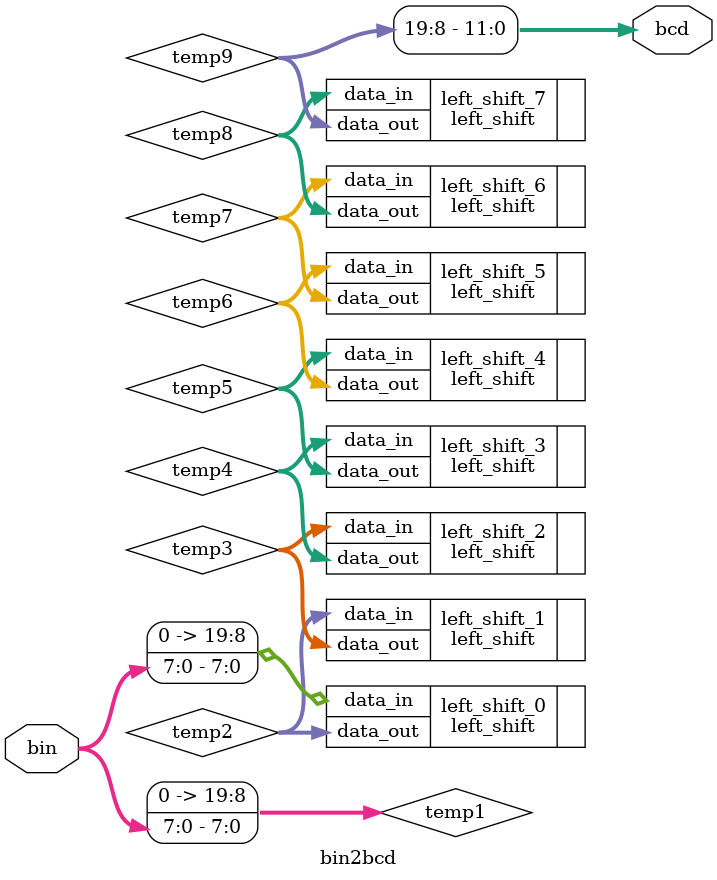
<source format=v>
`timescale 1ns / 1ps


module bin2bcd (
    input  [ 7:0] bin,
    output [11:0] bcd
);
  // wire define
  wire [19:0] temp1;
  wire [19:0] temp2;
  wire [19:0] temp3;
  wire [19:0] temp4;
  wire [19:0] temp5;
  wire [19:0] temp6;
  wire [19:0] temp7;
  wire [19:0] temp8;
  wire [19:0] temp9;

  // main code

  assign temp1 = {12'd0, bin};


  left_shift left_shift_0 (
      .data_in (temp1),
      .data_out(temp2)
  );

  left_shift left_shift_1 (
      .data_in (temp2),
      .data_out(temp3)
  );

  left_shift left_shift_2 (
      .data_in (temp3),
      .data_out(temp4)
  );

  left_shift left_shift_3 (
      .data_in (temp4),
      .data_out(temp5)
  );

  left_shift left_shift_4 (
      .data_in (temp5),
      .data_out(temp6)
  );

  left_shift left_shift_5 (
      .data_in (temp6),
      .data_out(temp7)
  );

  left_shift left_shift_6 (
      .data_in (temp7),
      .data_out(temp8)
  );

  left_shift left_shift_7 (
      .data_in (temp8),
      .data_out(temp9)
  );

  assign bcd = temp9[19:8];

endmodule

</source>
